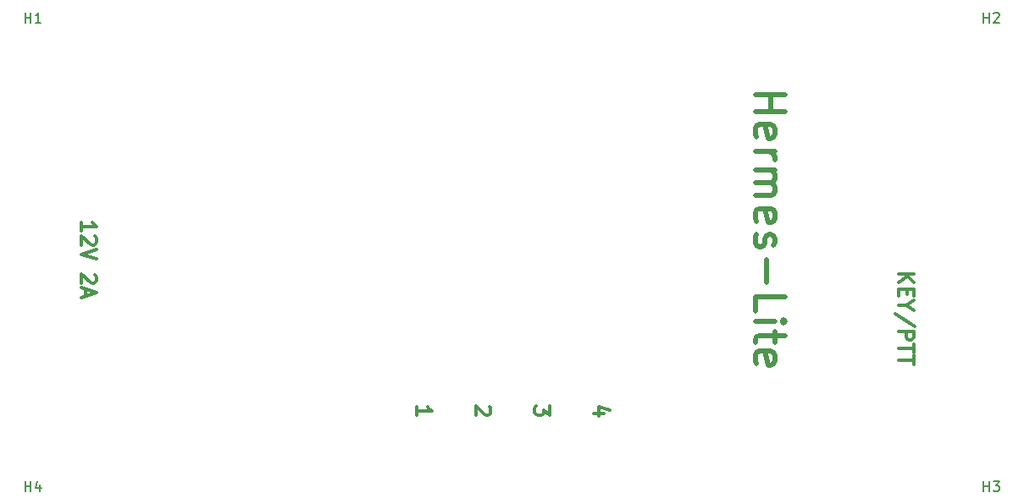
<source format=gbr>
G04 #@! TF.GenerationSoftware,KiCad,Pcbnew,5.0.2+dfsg1-1*
G04 #@! TF.CreationDate,2019-07-23T09:40:59-06:00*
G04 #@! TF.ProjectId,hl2-front-vert,686c322d-6672-46f6-9e74-2d766572742e,rev?*
G04 #@! TF.SameCoordinates,Original*
G04 #@! TF.FileFunction,Legend,Top*
G04 #@! TF.FilePolarity,Positive*
%FSLAX46Y46*%
G04 Gerber Fmt 4.6, Leading zero omitted, Abs format (unit mm)*
G04 Created by KiCad (PCBNEW 5.0.2+dfsg1-1) date Tue 23 Jul 2019 09:40:59 AM MDT*
%MOMM*%
%LPD*%
G01*
G04 APERTURE LIST*
%ADD10C,0.500000*%
%ADD11C,0.300000*%
%ADD12C,0.150000*%
G04 APERTURE END LIST*
D10*
X137042857Y-152600000D02*
X140042857Y-152600000D01*
X138614285Y-152600000D02*
X138614285Y-154314285D01*
X137042857Y-154314285D02*
X140042857Y-154314285D01*
X137185714Y-156885714D02*
X137042857Y-156600000D01*
X137042857Y-156028571D01*
X137185714Y-155742857D01*
X137471428Y-155600000D01*
X138614285Y-155600000D01*
X138900000Y-155742857D01*
X139042857Y-156028571D01*
X139042857Y-156600000D01*
X138900000Y-156885714D01*
X138614285Y-157028571D01*
X138328571Y-157028571D01*
X138042857Y-155600000D01*
X137042857Y-158314285D02*
X139042857Y-158314285D01*
X138471428Y-158314285D02*
X138757142Y-158457142D01*
X138900000Y-158600000D01*
X139042857Y-158885714D01*
X139042857Y-159171428D01*
X137042857Y-160171428D02*
X139042857Y-160171428D01*
X138757142Y-160171428D02*
X138900000Y-160314285D01*
X139042857Y-160600000D01*
X139042857Y-161028571D01*
X138900000Y-161314285D01*
X138614285Y-161457142D01*
X137042857Y-161457142D01*
X138614285Y-161457142D02*
X138900000Y-161600000D01*
X139042857Y-161885714D01*
X139042857Y-162314285D01*
X138900000Y-162600000D01*
X138614285Y-162742857D01*
X137042857Y-162742857D01*
X137185714Y-165314285D02*
X137042857Y-165028571D01*
X137042857Y-164457142D01*
X137185714Y-164171428D01*
X137471428Y-164028571D01*
X138614285Y-164028571D01*
X138900000Y-164171428D01*
X139042857Y-164457142D01*
X139042857Y-165028571D01*
X138900000Y-165314285D01*
X138614285Y-165457142D01*
X138328571Y-165457142D01*
X138042857Y-164028571D01*
X137185714Y-166600000D02*
X137042857Y-166885714D01*
X137042857Y-167457142D01*
X137185714Y-167742857D01*
X137471428Y-167885714D01*
X137614285Y-167885714D01*
X137900000Y-167742857D01*
X138042857Y-167457142D01*
X138042857Y-167028571D01*
X138185714Y-166742857D01*
X138471428Y-166600000D01*
X138614285Y-166600000D01*
X138900000Y-166742857D01*
X139042857Y-167028571D01*
X139042857Y-167457142D01*
X138900000Y-167742857D01*
X138185714Y-169171428D02*
X138185714Y-171457142D01*
X137042857Y-174314285D02*
X137042857Y-172885714D01*
X140042857Y-172885714D01*
X137042857Y-175314285D02*
X139042857Y-175314285D01*
X140042857Y-175314285D02*
X139900000Y-175171428D01*
X139757142Y-175314285D01*
X139900000Y-175457142D01*
X140042857Y-175314285D01*
X139757142Y-175314285D01*
X139042857Y-176314285D02*
X139042857Y-177457142D01*
X140042857Y-176742857D02*
X137471428Y-176742857D01*
X137185714Y-176885714D01*
X137042857Y-177171428D01*
X137042857Y-177457142D01*
X137185714Y-179600000D02*
X137042857Y-179314285D01*
X137042857Y-178742857D01*
X137185714Y-178457142D01*
X137471428Y-178314285D01*
X138614285Y-178314285D01*
X138900000Y-178457142D01*
X139042857Y-178742857D01*
X139042857Y-179314285D01*
X138900000Y-179600000D01*
X138614285Y-179742857D01*
X138328571Y-179742857D01*
X138042857Y-178314285D01*
G04 #@! TO.C,4*
D11*
X121921428Y-184585714D02*
X120921428Y-184585714D01*
X122492857Y-184228571D02*
X121421428Y-183871428D01*
X121421428Y-184800000D01*
G04 #@! TO.C,3*
X116521428Y-183800000D02*
X116521428Y-184728571D01*
X115950000Y-184228571D01*
X115950000Y-184442857D01*
X115878571Y-184585714D01*
X115807142Y-184657142D01*
X115664285Y-184728571D01*
X115307142Y-184728571D01*
X115164285Y-184657142D01*
X115092857Y-184585714D01*
X115021428Y-184442857D01*
X115021428Y-184014285D01*
X115092857Y-183871428D01*
X115164285Y-183800000D01*
G04 #@! TO.C,2*
X110478571Y-183871428D02*
X110550000Y-183942857D01*
X110621428Y-184085714D01*
X110621428Y-184442857D01*
X110550000Y-184585714D01*
X110478571Y-184657142D01*
X110335714Y-184728571D01*
X110192857Y-184728571D01*
X109978571Y-184657142D01*
X109121428Y-183800000D01*
X109121428Y-184728571D01*
G04 #@! TO.C,H1*
D12*
X64075759Y-145413784D02*
X64075759Y-144413784D01*
X64075759Y-144889975D02*
X64647187Y-144889975D01*
X64647187Y-145413784D02*
X64647187Y-144413784D01*
X65647187Y-145413784D02*
X65075759Y-145413784D01*
X65361473Y-145413784D02*
X65361473Y-144413784D01*
X65266235Y-144556642D01*
X65170997Y-144651880D01*
X65075759Y-144699499D01*
G04 #@! TO.C,H4*
X64073942Y-192335091D02*
X64073942Y-191335091D01*
X64073942Y-191811282D02*
X64645370Y-191811282D01*
X64645370Y-192335091D02*
X64645370Y-191335091D01*
X65550132Y-191668425D02*
X65550132Y-192335091D01*
X65312037Y-191287472D02*
X65073942Y-192001758D01*
X65692989Y-192001758D01*
G04 #@! TO.C,H3*
X159893720Y-192328678D02*
X159893720Y-191328678D01*
X159893720Y-191804869D02*
X160465148Y-191804869D01*
X160465148Y-192328678D02*
X160465148Y-191328678D01*
X160846101Y-191328678D02*
X161465148Y-191328678D01*
X161131815Y-191709631D01*
X161274672Y-191709631D01*
X161369910Y-191757250D01*
X161417529Y-191804869D01*
X161465148Y-191900107D01*
X161465148Y-192138202D01*
X161417529Y-192233440D01*
X161369910Y-192281059D01*
X161274672Y-192328678D01*
X160988958Y-192328678D01*
X160893720Y-192281059D01*
X160846101Y-192233440D01*
G04 #@! TO.C,H2*
X159887308Y-145412074D02*
X159887308Y-144412074D01*
X159887308Y-144888265D02*
X160458736Y-144888265D01*
X160458736Y-145412074D02*
X160458736Y-144412074D01*
X160887308Y-144507313D02*
X160934927Y-144459694D01*
X161030165Y-144412074D01*
X161268260Y-144412074D01*
X161363498Y-144459694D01*
X161411117Y-144507313D01*
X161458736Y-144602551D01*
X161458736Y-144697789D01*
X161411117Y-144840646D01*
X160839689Y-145412074D01*
X161458736Y-145412074D01*
G04 #@! TO.C,12V 2A*
D11*
X69721428Y-166242857D02*
X69721428Y-165385714D01*
X69721428Y-165814285D02*
X71221428Y-165814285D01*
X71007142Y-165671428D01*
X70864285Y-165528571D01*
X70792857Y-165385714D01*
X71078571Y-166814285D02*
X71150000Y-166885714D01*
X71221428Y-167028571D01*
X71221428Y-167385714D01*
X71150000Y-167528571D01*
X71078571Y-167600000D01*
X70935714Y-167671428D01*
X70792857Y-167671428D01*
X70578571Y-167600000D01*
X69721428Y-166742857D01*
X69721428Y-167671428D01*
X71221428Y-168100000D02*
X69721428Y-168600000D01*
X71221428Y-169100000D01*
X71078571Y-170671428D02*
X71150000Y-170742857D01*
X71221428Y-170885714D01*
X71221428Y-171242857D01*
X71150000Y-171385714D01*
X71078571Y-171457142D01*
X70935714Y-171528571D01*
X70792857Y-171528571D01*
X70578571Y-171457142D01*
X69721428Y-170600000D01*
X69721428Y-171528571D01*
X70150000Y-172100000D02*
X70150000Y-172814285D01*
X69721428Y-171957142D02*
X71221428Y-172457142D01*
X69721428Y-172957142D01*
G04 #@! TO.C,1*
X103221428Y-184728571D02*
X103221428Y-183871428D01*
X103221428Y-184300000D02*
X104721428Y-184300000D01*
X104507142Y-184157142D01*
X104364285Y-184014285D01*
X104292857Y-183871428D01*
G04 #@! TO.C,KEY/PTT*
X151421428Y-170607142D02*
X152921428Y-170607142D01*
X151421428Y-171464285D02*
X152278571Y-170821428D01*
X152921428Y-171464285D02*
X152064285Y-170607142D01*
X152207142Y-172107142D02*
X152207142Y-172607142D01*
X151421428Y-172821428D02*
X151421428Y-172107142D01*
X152921428Y-172107142D01*
X152921428Y-172821428D01*
X152135714Y-173750000D02*
X151421428Y-173750000D01*
X152921428Y-173250000D02*
X152135714Y-173750000D01*
X152921428Y-174250000D01*
X152992857Y-175821428D02*
X151064285Y-174535714D01*
X151421428Y-176321428D02*
X152921428Y-176321428D01*
X152921428Y-176892857D01*
X152850000Y-177035714D01*
X152778571Y-177107142D01*
X152635714Y-177178571D01*
X152421428Y-177178571D01*
X152278571Y-177107142D01*
X152207142Y-177035714D01*
X152135714Y-176892857D01*
X152135714Y-176321428D01*
X152921428Y-177607142D02*
X152921428Y-178464285D01*
X151421428Y-178035714D02*
X152921428Y-178035714D01*
X152921428Y-178750000D02*
X152921428Y-179607142D01*
X151421428Y-179178571D02*
X152921428Y-179178571D01*
G04 #@! TD*
M02*

</source>
